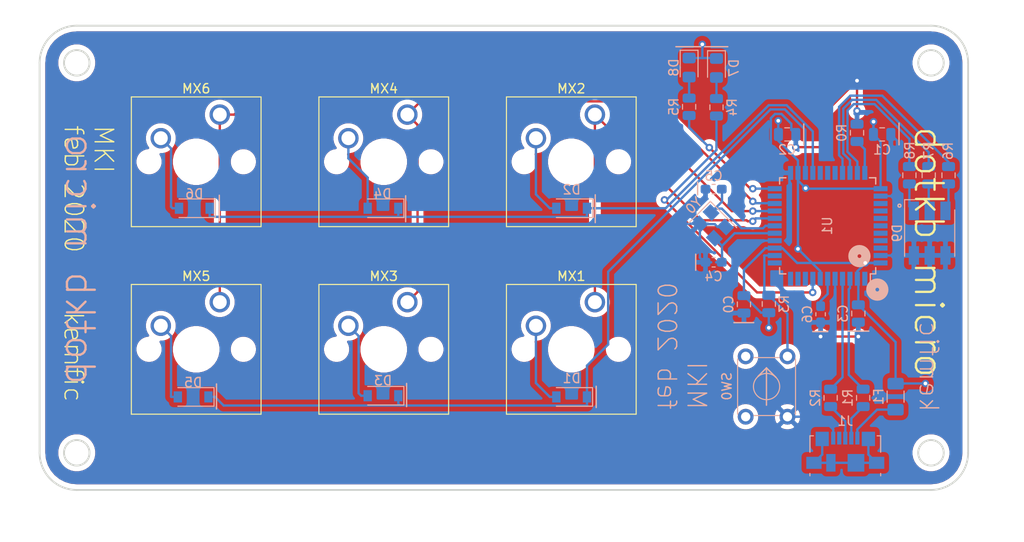
<source format=kicad_pcb>
(kicad_pcb (version 20171130) (host pcbnew 5.1.5-52549c5~84~ubuntu18.04.1)
  (layers (0 F.Cu signal) (31 B.Cu signal) (34 B.Paste user) (35 F.Paste user) (36 B.SilkS user) (37 F.SilkS user) (38 B.Mask user) (39 F.Mask user) (44 Edge.Cuts user))
  (net 0 "")
  (net 1 GND)
  (net 2 +5V)
  (net 3 "Net-(C4-Pad1)")
  (net 4 "Net-(C5-Pad1)")
  (net 5 "Net-(C6-Pad1)")
  (net 6 "Net-(D1-Pad2)")
  (net 7 ROW0)
  (net 8 ROW1)
  (net 9 "Net-(D2-Pad2)")
  (net 10 "Net-(D3-Pad2)")
  (net 11 "Net-(D4-Pad2)")
  (net 12 "Net-(D5-Pad2)")
  (net 13 "Net-(D6-Pad2)")
  (net 14 "Net-(F1-Pad2)")
  (net 15 "Net-(J1-Pad2)")
  (net 16 "Net-(J1-Pad3)")
  (net 17 "Net-(J1-Pad4)")
  (net 18 "Net-(J1-Pad6)")
  (net 19 COL0)
  (net 20 COL1)
  (net 21 COL2)
  (net 22 "Net-(R0-Pad2)")
  (net 23 "Net-(R1-Pad1)")
  (net 24 "Net-(R2-Pad1)")
  (net 25 "Net-(R3-Pad2)")
  (net 26 "Net-(U1-Pad1)")
  (net 27 "Net-(U1-Pad9)")
  (net 28 "Net-(U1-Pad10)")
  (net 29 "Net-(U1-Pad11)")
  (net 30 "Net-(U1-Pad12)")
  (net 31 "Net-(U1-Pad27)")
  (net 32 "Net-(U1-Pad28)")
  (net 33 "Net-(U1-Pad29)")
  (net 34 "Net-(U1-Pad36)")
  (net 35 "Net-(U1-Pad37)")
  (net 36 "Net-(U1-Pad38)")
  (net 37 "Net-(U1-Pad39)")
  (net 38 "Net-(U1-Pad40)")
  (net 39 "Net-(U1-Pad41)")
  (net 40 "Net-(U1-Pad42)")
  (net 41 "Net-(U1-Pad21)")
  (net 42 "Net-(D7-Pad2)")
  (net 43 "Net-(D8-Pad2)")
  (net 44 "Net-(R4-Pad2)")
  (net 45 "Net-(R5-Pad2)")
  (net 46 "Net-(D9-Pad5)")
  (net 47 "Net-(R6-Pad2)")
  (net 48 "Net-(R7-Pad2)")
  (net 49 "Net-(R8-Pad2)")
  (net 50 "Net-(D9-Pad1)")
  (net 51 "Net-(D9-Pad3)")
  (module Capacitor_SMD:C_0603_1608Metric_Pad1.05x0.95mm_HandSolder (layer B.Cu) (at 138.5697 98.9203 270)
    (fp_text reference C6 (at 0 1.43 90) (layer B.SilkS) (effects (justify mirror)))
    (fp_text value 1uF)
    (pad 2 smd roundrect (at 0.875 0 270) (size 1.05 0.95) (layers B.Cu B.Paste B.Mask) (net 1 GND))
    (pad 1 smd roundrect (at -0.875 0 270) (size 1.05 0.95) (layers B.Cu B.Paste B.Mask) (net 5 "Net-(C6-Pad1)"))
  )
  (module Capacitor_SMD:C_0603_1608Metric_Pad1.05x0.95mm_HandSolder (layer B.Cu) (at 127.0508 85.4456 180)
    (fp_text reference C5 (at 0 1.43) (layer B.SilkS) (effects (justify mirror)))
    (fp_text value 22pF)
    (pad 2 smd roundrect (at 0.875 0 180) (size 1.05 0.95) (layers B.Cu B.Paste B.Mask) (net 1 GND))
    (pad 1 smd roundrect (at -0.875 0 180) (size 1.05 0.95) (layers B.Cu B.Paste B.Mask) (net 4 "Net-(C5-Pad1)"))
  )
  (module Capacitor_SMD:C_0603_1608Metric_Pad1.05x0.95mm_HandSolder (layer B.Cu) (at 127.0508 93.3196 180)
    (fp_text reference C4 (at 0 -1.524) (layer B.SilkS) (effects (justify mirror)))
    (fp_text value 22pF)
    (pad 2 smd roundrect (at 0.875 0 180) (size 1.05 0.95) (layers B.Cu B.Paste B.Mask) (net 1 GND))
    (pad 1 smd roundrect (at -0.875 0 180) (size 1.05 0.95) (layers B.Cu B.Paste B.Mask) (net 3 "Net-(C4-Pad1)"))
  )
  (module Resistor_SMD:R_0805_2012Metric (layer B.Cu) (at 139.6492 107.9269 270)
    (fp_text reference R2 (at 0 1.65 90) (layer B.SilkS) (effects (justify mirror)))
    (fp_text value 22)
    (pad 2 smd roundrect (at 0.9375 0 270) (size 0.975 1.4) (layers B.Cu B.Paste B.Mask) (net 16 "Net-(J1-Pad3)"))
    (pad 1 smd roundrect (at -0.9375 0 270) (size 0.975 1.4) (layers B.Cu B.Paste B.Mask) (net 24 "Net-(R2-Pad1)"))
  )
  (module Resistor_SMD:R_0805_2012Metric (layer B.Cu) (at 143.1544 107.9269 270)
    (fp_text reference R1 (at 0 1.65 90) (layer B.SilkS) (effects (justify mirror)))
    (fp_text value 22)
    (pad 2 smd roundrect (at 0.9375 0 270) (size 0.975 1.4) (layers B.Cu B.Paste B.Mask) (net 15 "Net-(J1-Pad2)"))
    (pad 1 smd roundrect (at -0.9375 0 270) (size 0.975 1.4) (layers B.Cu B.Paste B.Mask) (net 23 "Net-(R1-Pad1)"))
  )
  (module adafruit_led:LED_RGB_5050-6-135 (layer B.Cu) (at 150.3172 90.1824 270)
    (fp_text reference D9 (at 0 3.5 90) (layer B.SilkS) (effects (justify mirror)))
    (fp_text value LED_RGB_OTHER)
    (pad 1 smd rect (at -2.4 1.7 180) (size 1.1 2) (layers B.Cu B.Paste B.Mask) (net 50 "Net-(D9-Pad1)"))
    (pad 3 smd rect (at -2.4 0 180) (size 1.1 2) (layers B.Cu B.Paste B.Mask) (net 51 "Net-(D9-Pad3)"))
    (pad 5 smd rect (at -2.4 -1.7 180) (size 1.1 2) (layers B.Cu B.Paste B.Mask) (net 46 "Net-(D9-Pad5)"))
    (pad 6 smd rect (at 2.4 -1.7 180) (size 1.1 2) (layers B.Cu B.Paste B.Mask) (net 1 GND))
    (pad 4 smd rect (at 2.4 0 180) (size 1.1 2) (layers B.Cu B.Paste B.Mask) (net 1 GND))
    (pad 2 smd rect (at 2.4 1.7 180) (size 1.1 2) (layers B.Cu B.Paste B.Mask) (net 1 GND))
  )
  (module Resistor_SMD:R_0805_2012Metric (layer B.Cu) (at 148.1328 83.9493 90)
    (fp_text reference R8 (at 2.6693 0.0508 90) (layer B.SilkS) (effects (justify mirror)))
    (fp_text value 330)
    (pad 2 smd roundrect (at 0.9375 0 90) (size 0.975 1.4) (layers B.Cu B.Paste B.Mask) (net 49 "Net-(R8-Pad2)"))
    (pad 1 smd roundrect (at -0.9375 0 90) (size 0.975 1.4) (layers B.Cu B.Paste B.Mask) (net 50 "Net-(D9-Pad1)"))
  )
  (module Resistor_SMD:R_0805_2012Metric (layer B.Cu) (at 150.2156 83.9493 90)
    (fp_text reference R7 (at 2.6693 0 90) (layer B.SilkS) (effects (justify mirror)))
    (fp_text value 330)
    (pad 2 smd roundrect (at 0.9375 0 90) (size 0.975 1.4) (layers B.Cu B.Paste B.Mask) (net 48 "Net-(R7-Pad2)"))
    (pad 1 smd roundrect (at -0.9375 0 90) (size 0.975 1.4) (layers B.Cu B.Paste B.Mask) (net 51 "Net-(D9-Pad3)"))
  )
  (module Resistor_SMD:R_0805_2012Metric (layer B.Cu) (at 152.3492 83.9493 90)
    (fp_text reference R6 (at 2.6185 -0.0508 90) (layer B.SilkS) (effects (justify mirror)))
    (fp_text value 330)
    (pad 2 smd roundrect (at 0.9375 0 90) (size 0.975 1.4) (layers B.Cu B.Paste B.Mask) (net 47 "Net-(R6-Pad2)"))
    (pad 1 smd roundrect (at -0.9375 0 90) (size 0.975 1.4) (layers B.Cu B.Paste B.Mask) (net 46 "Net-(D9-Pad5)"))
  )
  (module Resistor_SMD:R_0805_2012Metric (layer B.Cu) (at 124.4092 76.5787 270)
    (fp_text reference R5 (at 0 1.65 90) (layer B.SilkS) (effects (justify mirror)))
    (fp_text value 330)
    (pad 2 smd roundrect (at 0.9375 0 270) (size 0.975 1.4) (layers B.Cu B.Paste B.Mask) (net 45 "Net-(R5-Pad2)"))
    (pad 1 smd roundrect (at -0.9375 0 270) (size 0.975 1.4) (layers B.Cu B.Paste B.Mask) (net 43 "Net-(D8-Pad2)"))
  )
  (module Resistor_SMD:R_0805_2012Metric (layer B.Cu) (at 127.3556 76.6295 270)
    (fp_text reference R4 (at 0 -1.6764 90) (layer B.SilkS) (effects (justify mirror)))
    (fp_text value 330)
    (pad 2 smd roundrect (at 0.9375 0 270) (size 0.975 1.4) (layers B.Cu B.Paste B.Mask) (net 44 "Net-(R4-Pad2)"))
    (pad 1 smd roundrect (at -0.9375 0 270) (size 0.975 1.4) (layers B.Cu B.Paste B.Mask) (net 42 "Net-(D7-Pad2)"))
  )
  (module LED_SMD:LED_0805_2012Metric_Pad1.15x1.40mm_HandSolder (layer B.Cu) (at 124.4092 72.3482 270)
    (fp_text reference D8 (at 0 1.65 90) (layer B.SilkS) (effects (justify mirror)))
    (fp_text value LED_GRN)
    (pad 2 smd roundrect (at 1.025 0 270) (size 1.15 1.4) (layers B.Cu B.Paste B.Mask) (roundrect_rratio 0.217391) (net 43 "Net-(D8-Pad2)"))
    (pad 1 smd roundrect (at -1.025 0 270) (size 1.15 1.4) (layers B.Cu B.Paste B.Mask) (roundrect_rratio 0.217391) (net 2 +5V))
  )
  (module LED_SMD:LED_0805_2012Metric_Pad1.15x1.40mm_HandSolder (layer B.Cu) (at 127.3556 72.399 270)
    (fp_text reference D7 (at -0.009 -1.8796 90) (layer B.SilkS) (effects (justify mirror)))
    (fp_text value LED_YLW)
    (pad 2 smd roundrect (at 1.025 0 270) (size 1.15 1.4) (layers B.Cu B.Paste B.Mask) (roundrect_rratio 0.217391) (net 42 "Net-(D7-Pad2)"))
    (pad 1 smd roundrect (at -1.025 0 270) (size 1.15 1.4) (layers B.Cu B.Paste B.Mask) (roundrect_rratio 0.217391) (net 2 +5V))
  )
  (module Capacitor_SMD:C_0805_2012Metric (layer B.Cu) (at 130.3147 97.8512 270)
    (fp_text reference C0 (at 0 1.65 90) (layer B.SilkS) (effects (justify mirror)))
    (fp_text value 0.1uF)
    (pad 2 smd roundrect (at 0.9375 0 270) (size 0.975 1.4) (layers B.Cu B.Paste B.Mask) (net 1 GND))
    (pad 1 smd roundrect (at -0.9375 0 270) (size 0.975 1.4) (layers B.Cu B.Paste B.Mask) (net 2 +5V))
  )
  (module Capacitor_SMD:C_0805_2012Metric (layer B.Cu) (at 145.1968 79.5528)
    (fp_text reference C1 (at 0 1.65 180) (layer B.SilkS) (effects (justify mirror)))
    (fp_text value 0.1uF)
    (pad 1 smd roundrect (at -0.9375 0) (size 0.975 1.4) (layers B.Cu B.Paste B.Mask) (net 2 +5V))
    (pad 2 smd roundrect (at 0.9375 0) (size 0.975 1.4) (layers B.Cu B.Paste B.Mask) (net 1 GND))
  )
  (module Capacitor_SMD:C_0805_2012Metric (layer B.Cu) (at 134.9652 79.5528)
    (fp_text reference C2 (at 0 1.65) (layer B.SilkS) (effects (justify mirror)))
    (fp_text value 0.1uF)
    (pad 1 smd roundrect (at -0.9375 0) (size 0.975 1.4) (layers B.Cu B.Paste B.Mask) (net 2 +5V))
    (pad 2 smd roundrect (at 0.9375 0) (size 0.975 1.4) (layers B.Cu B.Paste B.Mask) (net 1 GND))
  )
  (module Capacitor_SMD:C_0805_2012Metric (layer B.Cu) (at 142.6337 98.8418 270)
    (fp_text reference C3 (at 0 1.65 90) (layer B.SilkS) (effects (justify mirror)))
    (fp_text value 10uF)
    (pad 1 smd roundrect (at -0.9375 0 270) (size 0.975 1.4) (layers B.Cu B.Paste B.Mask) (net 2 +5V))
    (pad 2 smd roundrect (at 0.9375 0 270) (size 0.975 1.4) (layers B.Cu B.Paste B.Mask) (net 1 GND))
  )
  (module Diode_SMD:D_SOD-123 (layer B.Cu) (at 111.76 107.823 180)
    (fp_text reference D1 (at 0 2 180) (layer B.SilkS) (effects (justify mirror)))
    (fp_text value *)
    (pad 2 smd rect (at 1.65 0 180) (size 0.9 1.2) (layers B.Cu B.Paste B.Mask) (net 6 "Net-(D1-Pad2)"))
    (pad 1 smd rect (at -1.65 0 180) (size 0.9 1.2) (layers B.Cu B.Paste B.Mask) (net 7 ROW0))
  )
  (module Diode_SMD:D_SOD-123 (layer B.Cu) (at 111.759 87.503 180)
    (fp_text reference D2 (at 0 2 180) (layer B.SilkS) (effects (justify mirror)))
    (fp_text value *)
    (pad 1 smd rect (at -1.65 0 180) (size 0.9 1.2) (layers B.Cu B.Paste B.Mask) (net 8 ROW1))
    (pad 2 smd rect (at 1.65 0 180) (size 0.9 1.2) (layers B.Cu B.Paste B.Mask) (net 9 "Net-(D2-Pad2)"))
  )
  (module Diode_SMD:D_SOD-123 (layer B.Cu) (at 91.44 107.696 180)
    (fp_text reference D3 (at 0 1.6256 180) (layer B.SilkS) (effects (justify mirror)))
    (fp_text value *)
    (pad 1 smd rect (at -1.65 0 180) (size 0.9 1.2) (layers B.Cu B.Paste B.Mask) (net 7 ROW0))
    (pad 2 smd rect (at 1.65 0 180) (size 0.9 1.2) (layers B.Cu B.Paste B.Mask) (net 10 "Net-(D3-Pad2)"))
  )
  (module Diode_SMD:D_SOD-123 (layer B.Cu) (at 91.439 87.503 180)
    (fp_text reference D4 (at 0.0498 1.5494 180) (layer B.SilkS) (effects (justify mirror)))
    (fp_text value *)
    (pad 2 smd rect (at 1.65 0 180) (size 0.9 1.2) (layers B.Cu B.Paste B.Mask) (net 11 "Net-(D4-Pad2)"))
    (pad 1 smd rect (at -1.65 0 180) (size 0.9 1.2) (layers B.Cu B.Paste B.Mask) (net 8 ROW1))
  )
  (module Diode_SMD:D_SOD-123 (layer B.Cu) (at 70.994 107.823 180)
    (fp_text reference D5 (at 0 1.5494 180) (layer B.SilkS) (effects (justify mirror)))
    (fp_text value *)
    (pad 1 smd rect (at -1.65 0 180) (size 0.9 1.2) (layers B.Cu B.Paste B.Mask) (net 7 ROW0))
    (pad 2 smd rect (at 1.65 0 180) (size 0.9 1.2) (layers B.Cu B.Paste B.Mask) (net 12 "Net-(D5-Pad2)"))
  )
  (module Diode_SMD:D_SOD-123 (layer B.Cu) (at 71.121 87.503 180)
    (fp_text reference D6 (at 0.001 1.5494) (layer B.SilkS) (effects (justify mirror)))
    (fp_text value *)
    (pad 2 smd rect (at 1.65 0 180) (size 0.9 1.2) (layers B.Cu B.Paste B.Mask) (net 13 "Net-(D6-Pad2)"))
    (pad 1 smd rect (at -1.65 0 180) (size 0.9 1.2) (layers B.Cu B.Paste B.Mask) (net 8 ROW1))
  )
  (module Fuse:Fuse_1206_3216Metric (layer B.Cu) (at 146.6469 107.7946 270)
    (fp_text reference F1 (at 0 1.82 270) (layer B.SilkS) (effects (justify mirror)))
    (fp_text value 500mA)
    (pad 1 smd roundrect (at -1.4 0 270) (size 1.25 1.75) (layers B.Cu B.Paste B.Mask) (roundrect_rratio 0.2) (net 2 +5V))
    (pad 2 smd roundrect (at 1.4 0 270) (size 1.25 1.75) (layers B.Cu B.Paste B.Mask) (roundrect_rratio 0.2) (net 14 "Net-(F1-Pad2)"))
  )
  (module Connector_USB:USB_Micro-B_Molex_47346-0001 (layer B.Cu) (at 141.2297 113.7223 180)
    (fp_text reference J1 (at 0 3.3 180) (layer B.SilkS) (effects (justify mirror)))
    (fp_text value USB_B_Mini)
    (pad 1 smd rect (at -1.3 1.46 180) (size 0.45 1.38) (layers B.Cu B.Paste B.Mask) (net 14 "Net-(F1-Pad2)"))
    (pad 2 smd rect (at -0.65 1.46 180) (size 0.45 1.38) (layers B.Cu B.Paste B.Mask) (net 15 "Net-(J1-Pad2)"))
    (pad 3 smd rect (at 0 1.46 180) (size 0.45 1.38) (layers B.Cu B.Paste B.Mask) (net 16 "Net-(J1-Pad3)"))
    (pad 4 smd rect (at 0.65 1.46 180) (size 0.45 1.38) (layers B.Cu B.Paste B.Mask) (net 17 "Net-(J1-Pad4)"))
    (pad 5 smd rect (at 1.3 1.46 180) (size 0.45 1.38) (layers B.Cu B.Paste B.Mask) (net 1 GND))
    (pad 6 smd rect (at -2.4875 1.375 180) (size 1.425 1.55) (layers B.Cu B.Paste B.Mask) (net 18 "Net-(J1-Pad6)"))
    (pad 6 smd rect (at 2.4875 1.375 180) (size 1.425 1.55) (layers B.Cu B.Paste B.Mask) (net 18 "Net-(J1-Pad6)"))
    (pad 6 smd rect (at -3.375 -1.2 180) (size 1.65 1.3) (layers B.Cu B.Paste B.Mask) (net 18 "Net-(J1-Pad6)"))
    (pad 6 smd rect (at 3.375 -1.2 180) (size 1.65 1.3) (layers B.Cu B.Paste B.Mask) (net 18 "Net-(J1-Pad6)"))
    (pad 6 smd rect (at -1.15 -1.2 180) (size 1.8 1.9) (layers B.Cu B.Paste B.Mask) (net 18 "Net-(J1-Pad6)"))
    (pad 6 smd rect (at 1.55 -1.2 180) (size 1 1.9) (layers B.Cu B.Paste B.Mask) (net 18 "Net-(J1-Pad6)"))
  )
  (module Button_Switch_Keyboard:SW_Cherry_MX_1.00u_PCB (layer F.Cu) (at 114.262001 97.618001)
    (fp_text reference MX1 (at -2.54 -2.794) (layer F.SilkS))
    (fp_text value MX-NoLED)
    (pad "" np_thru_hole circle (at 2.54 5.08) (size 1.7 1.7) (drill 1.7) (layers *.Cu *.Mask))
    (pad "" np_thru_hole circle (at -7.62 5.08) (size 1.7 1.7) (drill 1.7) (layers *.Cu *.Mask))
    (pad "" np_thru_hole circle (at -2.54 5.08) (size 4 4) (drill 4) (layers *.Cu *.Mask))
    (pad 2 thru_hole circle (at -6.35 2.54) (size 2.2 2.2) (drill 1.5) (layers *.Cu *.Mask) (net 6 "Net-(D1-Pad2)"))
    (pad 1 thru_hole circle (at 0 0) (size 2.2 2.2) (drill 1.5) (layers *.Cu *.Mask) (net 19 COL0))
  )
  (module Button_Switch_Keyboard:SW_Cherry_MX_1.00u_PCB (layer F.Cu) (at 114.262001 77.418001)
    (fp_text reference MX2 (at -2.54 -2.794) (layer F.SilkS))
    (fp_text value MX-NoLED)
    (pad "" np_thru_hole circle (at 2.54 5.08) (size 1.7 1.7) (drill 1.7) (layers *.Cu *.Mask))
    (pad "" np_thru_hole circle (at -7.62 5.08) (size 1.7 1.7) (drill 1.7) (layers *.Cu *.Mask))
    (pad "" np_thru_hole circle (at -2.54 5.08) (size 4 4) (drill 4) (layers *.Cu *.Mask))
    (pad 2 thru_hole circle (at -6.35 2.54) (size 2.2 2.2) (drill 1.5) (layers *.Cu *.Mask) (net 9 "Net-(D2-Pad2)"))
    (pad 1 thru_hole circle (at 0 0) (size 2.2 2.2) (drill 1.5) (layers *.Cu *.Mask) (net 19 COL0))
  )
  (module Button_Switch_Keyboard:SW_Cherry_MX_1.00u_PCB (layer F.Cu) (at 94.062001 97.618001)
    (fp_text reference MX3 (at -2.54 -2.794) (layer F.SilkS))
    (fp_text value MX-NoLED)
    (pad 1 thru_hole circle (at 0 0) (size 2.2 2.2) (drill 1.5) (layers *.Cu *.Mask) (net 20 COL1))
    (pad 2 thru_hole circle (at -6.35 2.54) (size 2.2 2.2) (drill 1.5) (layers *.Cu *.Mask) (net 10 "Net-(D3-Pad2)"))
    (pad "" np_thru_hole circle (at -2.54 5.08) (size 4 4) (drill 4) (layers *.Cu *.Mask))
    (pad "" np_thru_hole circle (at -7.62 5.08) (size 1.7 1.7) (drill 1.7) (layers *.Cu *.Mask))
    (pad "" np_thru_hole circle (at 2.54 5.08) (size 1.7 1.7) (drill 1.7) (layers *.Cu *.Mask))
  )
  (module Button_Switch_Keyboard:SW_Cherry_MX_1.00u_PCB (layer F.Cu) (at 94.062001 77.418001)
    (fp_text reference MX4 (at -2.54 -2.794) (layer F.SilkS))
    (fp_text value MX-NoLED)
    (pad 1 thru_hole circle (at 0 0) (size 2.2 2.2) (drill 1.5) (layers *.Cu *.Mask) (net 20 COL1))
    (pad 2 thru_hole circle (at -6.35 2.54) (size 2.2 2.2) (drill 1.5) (layers *.Cu *.Mask) (net 11 "Net-(D4-Pad2)"))
    (pad "" np_thru_hole circle (at -2.54 5.08) (size 4 4) (drill 4) (layers *.Cu *.Mask))
    (pad "" np_thru_hole circle (at -7.62 5.08) (size 1.7 1.7) (drill 1.7) (layers *.Cu *.Mask))
    (pad "" np_thru_hole circle (at 2.54 5.08) (size 1.7 1.7) (drill 1.7) (layers *.Cu *.Mask))
  )
  (module Button_Switch_Keyboard:SW_Cherry_MX_1.00u_PCB (layer F.Cu) (at 73.862001 97.618001)
    (fp_text reference MX5 (at -2.54 -2.794) (layer F.SilkS))
    (fp_text value MX-NoLED)
    (pad 1 thru_hole circle (at 0 0) (size 2.2 2.2) (drill 1.5) (layers *.Cu *.Mask) (net 21 COL2))
    (pad 2 thru_hole circle (at -6.35 2.54) (size 2.2 2.2) (drill 1.5) (layers *.Cu *.Mask) (net 12 "Net-(D5-Pad2)"))
    (pad "" np_thru_hole circle (at -2.54 5.08) (size 4 4) (drill 4) (layers *.Cu *.Mask))
    (pad "" np_thru_hole circle (at -7.62 5.08) (size 1.7 1.7) (drill 1.7) (layers *.Cu *.Mask))
    (pad "" np_thru_hole circle (at 2.54 5.08) (size 1.7 1.7) (drill 1.7) (layers *.Cu *.Mask))
  )
  (module Button_Switch_Keyboard:SW_Cherry_MX_1.00u_PCB (layer F.Cu) (at 73.862001 77.418001)
    (fp_text reference MX6 (at -2.54 -2.794) (layer F.SilkS))
    (fp_text value MX-NoLED)
    (pad "" np_thru_hole circle (at 2.54 5.08) (size 1.7 1.7) (drill 1.7) (layers *.Cu *.Mask))
    (pad "" np_thru_hole circle (at -7.62 5.08) (size 1.7 1.7) (drill 1.7) (layers *.Cu *.Mask))
    (pad "" np_thru_hole circle (at -2.54 5.08) (size 4 4) (drill 4) (layers *.Cu *.Mask))
    (pad 2 thru_hole circle (at -6.35 2.54) (size 2.2 2.2) (drill 1.5) (layers *.Cu *.Mask) (net 13 "Net-(D6-Pad2)"))
    (pad 1 thru_hole circle (at 0 0) (size 2.2 2.2) (drill 1.5) (layers *.Cu *.Mask) (net 21 COL2))
  )
  (module Resistor_SMD:R_0805_2012Metric (layer B.Cu) (at 142.494 79.3773 270)
    (fp_text reference R0 (at 0 1.65 270) (layer B.SilkS) (effects (justify mirror)))
    (fp_text value 10k)
    (pad 1 smd roundrect (at -0.9375 0 270) (size 0.975 1.4) (layers B.Cu B.Paste B.Mask) (net 1 GND))
    (pad 2 smd roundrect (at 0.9375 0 270) (size 0.975 1.4) (layers B.Cu B.Paste B.Mask) (net 22 "Net-(R0-Pad2)"))
  )
  (module Resistor_SMD:R_0805_2012Metric (layer B.Cu) (at 132.9944 97.8131 90)
    (fp_text reference R3 (at 0 1.65 90) (layer B.SilkS) (effects (justify mirror)))
    (fp_text value 10k)
    (pad 2 smd roundrect (at 0.9375 0 90) (size 0.975 1.4) (layers B.Cu B.Paste B.Mask) (net 25 "Net-(R3-Pad2)"))
    (pad 1 smd roundrect (at -0.9375 0 90) (size 0.975 1.4) (layers B.Cu B.Paste B.Mask) (net 2 +5V))
  )
  (module Button_Switch_THT:SW_TH_Tactile_Omron_B3F-10xx (layer B.Cu) (at 135.001 109.9566 90)
    (fp_text reference SW0 (at 3.2766 -6.5278 270) (layer B.SilkS) (effects (justify mirror)))
    (fp_text value SW_Push)
    (pad 4 thru_hole circle (at 6.5 -4.5 90) (size 1.7 1.7) (drill 1) (layers *.Cu *.Mask))
    (pad 3 thru_hole circle (at 0 -4.5 90) (size 1.7 1.7) (drill 1) (layers *.Cu *.Mask))
    (pad 2 thru_hole circle (at 6.5 0 90) (size 1.7 1.7) (drill 1) (layers *.Cu *.Mask) (net 25 "Net-(R3-Pad2)"))
    (pad 1 thru_hole circle (at 0 0 90) (size 1.7 1.7) (drill 1) (layers *.Cu *.Mask) (net 1 GND))
  )
  (module Package_QFP:TQFP-44_10x10mm_P0.8mm (layer B.Cu) (at 139.3317 89.3953 90)
    (fp_text reference U1 (at 0 -0.0381 90) (layer B.SilkS) (effects (justify mirror)))
    (fp_text value ATmega32U4-AU)
    (pad 1 smd rect (at -5.7 4 90) (size 1.5 0.55) (layers B.Cu B.Paste B.Mask) (net 26 "Net-(U1-Pad1)"))
    (pad 2 smd rect (at -5.7 3.2 90) (size 1.5 0.55) (layers B.Cu B.Paste B.Mask) (net 2 +5V))
    (pad 3 smd rect (at -5.7 2.4 90) (size 1.5 0.55) (layers B.Cu B.Paste B.Mask) (net 23 "Net-(R1-Pad1)"))
    (pad 4 smd rect (at -5.7 1.6 90) (size 1.5 0.55) (layers B.Cu B.Paste B.Mask) (net 24 "Net-(R2-Pad1)"))
    (pad 5 smd rect (at -5.7 0.8 90) (size 1.5 0.55) (layers B.Cu B.Paste B.Mask) (net 1 GND))
    (pad 6 smd rect (at -5.7 0 90) (size 1.5 0.55) (layers B.Cu B.Paste B.Mask) (net 5 "Net-(C6-Pad1)"))
    (pad 7 smd rect (at -5.7 -0.8 90) (size 1.5 0.55) (layers B.Cu B.Paste B.Mask) (net 2 +5V))
    (pad 8 smd rect (at -5.7 -1.6 90) (size 1.5 0.55) (layers B.Cu B.Paste B.Mask) (net 44 "Net-(R4-Pad2)"))
    (pad 9 smd rect (at -5.7 -2.4 90) (size 1.5 0.55) (layers B.Cu B.Paste B.Mask) (net 27 "Net-(U1-Pad9)"))
    (pad 10 smd rect (at -5.7 -3.2 90) (size 1.5 0.55) (layers B.Cu B.Paste B.Mask) (net 28 "Net-(U1-Pad10)"))
    (pad 11 smd rect (at -5.7 -4 90) (size 1.5 0.55) (layers B.Cu B.Paste B.Mask) (net 29 "Net-(U1-Pad11)"))
    (pad 12 smd rect (at -4 -5.7) (size 1.5 0.55) (layers B.Cu B.Paste B.Mask) (net 30 "Net-(U1-Pad12)"))
    (pad 13 smd rect (at -3.2 -5.7) (size 1.5 0.55) (layers B.Cu B.Paste B.Mask) (net 25 "Net-(R3-Pad2)"))
    (pad 14 smd rect (at -2.4 -5.7) (size 1.5 0.55) (layers B.Cu B.Paste B.Mask) (net 2 +5V))
    (pad 15 smd rect (at -1.6 -5.7) (size 1.5 0.55) (layers B.Cu B.Paste B.Mask) (net 1 GND))
    (pad 16 smd rect (at -0.8 -5.7) (size 1.5 0.55) (layers B.Cu B.Paste B.Mask) (net 3 "Net-(C4-Pad1)"))
    (pad 17 smd rect (at 0 -5.7) (size 1.5 0.55) (layers B.Cu B.Paste B.Mask) (net 4 "Net-(C5-Pad1)"))
    (pad 18 smd rect (at 0.8 -5.7) (size 1.5 0.55) (layers B.Cu B.Paste B.Mask) (net 19 COL0))
    (pad 19 smd rect (at 1.6 -5.7) (size 1.5 0.55) (layers B.Cu B.Paste B.Mask) (net 20 COL1))
    (pad 20 smd rect (at 2.4 -5.7) (size 1.5 0.55) (layers B.Cu B.Paste B.Mask) (net 21 COL2))
    (pad 21 smd rect (at 3.2 -5.7) (size 1.5 0.55) (layers B.Cu B.Paste B.Mask) (net 41 "Net-(U1-Pad21)"))
    (pad 22 smd rect (at 4 -5.7) (size 1.5 0.55) (layers B.Cu B.Paste B.Mask) (net 45 "Net-(R5-Pad2)"))
    (pad 23 smd rect (at 5.7 -4 90) (size 1.5 0.55) (layers B.Cu B.Paste B.Mask) (net 1 GND))
    (pad 24 smd rect (at 5.7 -3.2 90) (size 1.5 0.55) (layers B.Cu B.Paste B.Mask) (net 2 +5V))
    (pad 25 smd rect (at 5.7 -2.4 90) (size 1.5 0.55) (layers B.Cu B.Paste B.Mask) (net 7 ROW0))
    (pad 26 smd rect (at 5.7 -1.6 90) (size 1.5 0.55) (layers B.Cu B.Paste B.Mask) (net 8 ROW1))
    (pad 27 smd rect (at 5.7 -0.8 90) (size 1.5 0.55) (layers B.Cu B.Paste B.Mask) (net 31 "Net-(U1-Pad27)"))
    (pad 28 smd rect (at 5.7 0 90) (size 1.5 0.55) (layers B.Cu B.Paste B.Mask) (net 32 "Net-(U1-Pad28)"))
    (pad 29 smd rect (at 5.7 0.8 90) (size 1.5 0.55) (layers B.Cu B.Paste B.Mask) (net 33 "Net-(U1-Pad29)"))
    (pad 30 smd rect (at 5.7 1.6 90) (size 1.5 0.55) (layers B.Cu B.Paste B.Mask) (net 47 "Net-(R6-Pad2)"))
    (pad 31 smd rect (at 5.7 2.4 90) (size 1.5 0.55) (layers B.Cu B.Paste B.Mask) (net 48 "Net-(R7-Pad2)"))
    (pad 32 smd rect (at 5.7 3.2 90) (size 1.5 0.55) (layers B.Cu B.Paste B.Mask) (net 49 "Net-(R8-Pad2)"))
    (pad 33 smd rect (at 5.7 4 90) (size 1.5 0.55) (layers B.Cu B.Paste B.Mask) (net 22 "Net-(R0-Pad2)"))
    (pad 34 smd rect (at 4 5.7) (size 1.5 0.55) (layers B.Cu B.Paste B.Mask) (net 2 +5V))
    (pad 35 smd rect (at 3.2 5.7) (size 1.5 0.55) (layers B.Cu B.Paste B.Mask) (net 1 GND))
    (pad 36 smd rect (at 2.4 5.7) (size 1.5 0.55) (layers B.Cu B.Paste B.Mask) (net 34 "Net-(U1-Pad36)"))
    (pad 37 smd rect (at 1.6 5.7) (size 1.5 0.55) (layers B.Cu B.Paste B.Mask) (net 35 "Net-(U1-Pad37)"))
    (pad 38 smd rect (at 0.8 5.7) (size 1.5 0.55) (layers B.Cu B.Paste B.Mask) (net 36 "Net-(U1-Pad38)"))
    (pad 39 smd rect (at 0 5.7) (size 1.5 0.55) (layers B.Cu B.Paste B.Mask) (net 37 "Net-(U1-Pad39)"))
    (pad 40 smd rect (at -0.8 5.7) (size 1.5 0.55) (layers B.Cu B.Paste B.Mask) (net 38 "Net-(U1-Pad40)"))
    (pad 41 smd rect (at -1.6 5.7) (size 1.5 0.55) (layers B.Cu B.Paste B.Mask) (net 39 "Net-(U1-Pad41)"))
    (pad 42 smd rect (at -2.4 5.7) (size 1.5 0.55) (layers B.Cu B.Paste B.Mask) (net 40 "Net-(U1-Pad42)"))
    (pad 43 smd rect (at -3.2 5.7) (size 1.5 0.55) (layers B.Cu B.Paste B.Mask) (net 1 GND))
    (pad 44 smd rect (at -4 5.7) (size 1.5 0.55) (layers B.Cu B.Paste B.Mask) (net 2 +5V))
  )
  (module Crystal:Crystal_SMD_3225-4Pin_3.2x2.5mm (layer B.Cu) (at 126.9492 89.345523 315)
    (fp_text reference Y0 (at -2.937267 -0.063585 45) (layer B.SilkS) (effects (justify mirror)))
    (fp_text value 16MHz)
    (pad 1 smd rect (at -1.1 -0.85 315) (size 1.4 1.2) (layers B.Cu B.Paste B.Mask) (net 4 "Net-(C5-Pad1)"))
    (pad 2 smd rect (at 1.1 -0.85 315) (size 1.4 1.2) (layers B.Cu B.Paste B.Mask) (net 1 GND))
    (pad 3 smd rect (at 1.1 0.85 315) (size 1.4 1.2) (layers B.Cu B.Paste B.Mask) (net 3 "Net-(C4-Pad1)"))
    (pad 4 smd rect (at -1.1 0.85 315) (size 1.4 1.2) (layers B.Cu B.Paste B.Mask) (net 1 GND))
  )
  (gr_line (start 129.2352 99.822) (end 131.3688 99.822) (layer B.SilkS) (width 0.15))
  (gr_line (start 139.3444 100.7872) (end 137.7188 100.7872) (layer B.SilkS) (width 0.15))
  (gr_line (start 141.5288 100.7364) (end 143.764 100.7364) (layer B.SilkS) (width 0.15))
  (gr_line (start 147.0152 78.3336) (end 147.0152 80.6704) (layer B.SilkS) (width 0.15))
  (gr_line (start 136.7536 78.4352) (end 136.7536 80.6704) (layer B.SilkS) (width 0.15))
  (gr_line (start 125.3236 84.6836) (end 125.3236 86.0552) (layer B.SilkS) (width 0.15))
  (gr_line (start 125.1204 92.456) (end 125.1204 94.1832) (layer B.SilkS) (width 0.15))
  (gr_text "dotkb micro" (at 58.7756 106.7308 270) (layer B.SilkS) (effects (font (size 3 3) (thickness 0.25)) (justify left mirror)))
  (gr_text "MKI\nfeb 2020" (at 123.5964 109.3216 270) (layer B.SilkS) (effects (font (size 2 2)) (justify left mirror)))
  (gr_text kemfic (at 150.2156 99.568 270) (layer B.SilkS) (effects (font (size 2 2)) (justify right mirror)))
  (gr_line (start 132.7404 104.6988) (end 131.826 105.6132) (layer B.SilkS) (width 0.15))
  (gr_line (start 132.7404 104.6988) (end 133.7564 105.7148) (layer B.SilkS) (width 0.15))
  (gr_line (start 132.7404 108.712) (end 132.7404 104.6988) (layer B.SilkS) (width 0.15))
  (gr_line (start 126.0856 70.104) (end 128.5748 70.104) (layer B.SilkS) (width 0.15))
  (gr_line (start 122.9868 70.104) (end 125.6792 70.104) (layer B.SilkS) (width 0.15))
  (gr_line (start 114.3 86.0552) (end 114.3 89.0524) (layer B.SilkS) (width 0.15))
  (gr_line (start 93.8784 86.1568) (end 93.8784 88.9508) (layer B.SilkS) (width 0.15))
  (gr_line (start 73.8124 86.106) (end 73.8124 88.8492) (layer B.SilkS) (width 0.15))
  (gr_line (start 73.5076 106.426) (end 73.5076 109.1184) (layer B.SilkS) (width 0.15))
  (gr_line (start 93.98 106.3752) (end 93.98 108.8644) (layer B.SilkS) (width 0.15))
  (gr_line (start 114.4016 106.68) (end 114.4016 108.966) (layer B.SilkS) (width 0.15))
  (gr_circle (center 147.066 87.2236) (end 146.9136 87.2744) (layer B.SilkS) (width 0.15))
  (gr_circle (center 142.7512 92.6592) (end 142.9512 92.6592) (layer B.SilkS) (width 1))
  (gr_circle (center 144.6784 96.266) (end 144.8784 96.266) (layer B.SilkS) (width 1))
  (gr_text kemfic (at 58.1152 108.5088 270) (layer F.SilkS) (effects (font (size 2 2)) (justify right)))
  (gr_text "MKI\nfeb 2020" (at 59.7408 78.4352 270) (layer F.SilkS) (effects (font (size 2 2)) (justify left)))
  (gr_text "dotkb micro" (at 150.2156 78.486 270) (layer F.SilkS) (effects (font (size 3 3) (thickness 0.25)) (justify left)))
  (gr_circle (center 58.4581 71.8428) (end 59.8331 71.8428) (layer Edge.Cuts) (width 0.2))
  (gr_circle (center 150.4581 71.8428) (end 151.8331 71.8428) (layer Edge.Cuts) (width 0.2))
  (gr_circle (center 150.4581 113.8428) (end 151.8331 113.8428) (layer Edge.Cuts) (width 0.2))
  (gr_circle (center 58.4581 113.8428) (end 59.8331 113.8428) (layer Edge.Cuts) (width 0.2))
  (gr_arc (start 150.4581 71.8428) (end 154.4581 71.8428) (angle -90) (layer Edge.Cuts) (width 0.2))
  (gr_line (start 150.4581 67.8428) (end 58.4581 67.8428) (layer Edge.Cuts) (width 0.2))
  (gr_arc (start 58.4581 71.8428) (end 58.4581 67.8428) (angle -90) (layer Edge.Cuts) (width 0.2))
  (gr_line (start 54.4581 71.8428) (end 54.4581 113.8428) (layer Edge.Cuts) (width 0.2))
  (gr_line (start 154.4581 113.8428) (end 154.4581 71.8428) (layer Edge.Cuts) (width 0.2))
  (gr_line (start 58.4581 117.8428) (end 150.4581 117.8428) (layer Edge.Cuts) (width 0.2))
  (gr_arc (start 150.4581 113.8428) (end 150.4581 117.8428) (angle -90) (layer Edge.Cuts) (width 0.2))
  (gr_arc (start 58.4581 113.8428) (end 54.4581 113.8428) (angle -90) (layer Edge.Cuts) (width 0.2))
  (via (at 142.6337 101.3206) (size 0.8) (drill 0.4) (layers F.Cu B.Cu) (net 1))
  (via (at 138.5697 101.3206) (size 0.8) (drill 0.4) (layers F.Cu B.Cu) (net 1))
  (segment (start 126.41887 89.168746) (end 125.570342 89.168746) (width 0.254) (layer B.Cu) (net 1))
  (segment (start 125.570342 92.825142) (end 125.570342 89.168746) (width 0.254) (layer B.Cu) (net 1))
  (segment (start 142.6337 101.3206) (end 138.5697 101.3206) (width 0.254) (layer F.Cu) (net 1))
  (segment (start 127.170144 89.212914) (end 126.463038 89.212914) (width 0.254) (layer B.Cu) (net 1))
  (segment (start 125.075367 88.673771) (end 125.570342 89.168746) (width 0.254) (layer B.Cu) (net 1))
  (segment (start 128.328058 89.5223) (end 127.47953 89.5223) (width 0.254) (layer B.Cu) (net 1))
  (segment (start 126.0775 93.3323) (end 125.570342 92.825142) (width 0.254) (layer B.Cu) (net 1))
  (segment (start 138.5697 109.9583) (end 138.5697 99.8578) (width 0.254) (layer B.Cu) (net 1))
  (segment (start 142.6337 99.7793) (end 142.6337 101.3206) (width 0.254) (layer B.Cu) (net 1))
  (segment (start 127.47953 89.5223) (end 127.170144 89.212914) (width 0.254) (layer B.Cu) (net 1))
  (segment (start 138.568 109.9566) (end 139.9297 111.3183) (width 0.254) (layer B.Cu) (net 1))
  (segment (start 135.001 109.9566) (end 138.568 109.9566) (width 0.254) (layer B.Cu) (net 1))
  (segment (start 126.463038 89.212914) (end 126.41887 89.168746) (width 0.254) (layer B.Cu) (net 1))
  (segment (start 126.0775 86.1583) (end 125.075367 87.160433) (width 0.254) (layer B.Cu) (net 1))
  (segment (start 139.9297 111.3183) (end 139.9297 112.2623) (width 0.254) (layer B.Cu) (net 1))
  (segment (start 126.0775 85.4583) (end 126.0775 86.1583) (width 0.254) (layer B.Cu) (net 1))
  (segment (start 125.075367 87.160433) (end 125.075367 88.673771) (width 0.254) (layer B.Cu) (net 1))
  (segment (start 130.3147 100.512262) (end 135.001 105.198562) (width 0.254) (layer B.Cu) (net 1))
  (segment (start 130.3147 98.7887) (end 130.3147 100.512262) (width 0.254) (layer B.Cu) (net 1))
  (segment (start 135.001 106.4006) (end 138.684 110.0836) (width 0.254) (layer B.Cu) (net 1))
  (segment (start 135.001 105.198562) (end 135.001 106.4006) (width 0.254) (layer B.Cu) (net 1))
  (segment (start 139.9297 111.3183) (end 138.684 110.0836) (width 0.254) (layer B.Cu) (net 1))
  (segment (start 138.684 110.0836) (end 138.5697 109.9583) (width 0.254) (layer B.Cu) (net 1))
  (segment (start 125.570342 89.168746) (end 123.937254 89.168746) (width 0.254) (layer B.Cu) (net 1))
  (segment (start 123.937254 89.168746) (end 122.8852 90.2208) (width 0.254) (layer B.Cu) (net 1))
  (segment (start 145.0317 92.5953) (end 147.1037 92.5953) (width 0.254) (layer B.Cu) (net 1))
  (segment (start 145.0317 86.1953) (end 146.7997 86.1953) (width 0.254) (layer B.Cu) (net 1))
  (segment (start 140.1317 96.0993) (end 140.1572 96.1248) (width 0.254) (layer B.Cu) (net 1))
  (segment (start 140.1317 95.0953) (end 140.1317 96.0993) (width 0.254) (layer B.Cu) (net 1))
  (segment (start 140.1572 96.1248) (end 140.1572 97.4344) (width 0.254) (layer B.Cu) (net 1))
  (segment (start 133.6317 90.9953) (end 131.8135 90.9953) (width 0.254) (layer B.Cu) (net 1))
  (segment (start 135.9027 80.2528) (end 135.89 80.2655) (width 0.254) (layer B.Cu) (net 1))
  (segment (start 135.9027 79.5528) (end 135.9027 80.2528) (width 0.254) (layer B.Cu) (net 1))
  (segment (start 135.89 80.2655) (end 135.89 80.9244) (width 0.254) (layer B.Cu) (net 1))
  (segment (start 134.8027 83.6953) (end 135.3317 83.6953) (width 0.254) (layer B.Cu) (net 1))
  (segment (start 133.21319 82.10579) (end 134.8027 83.6953) (width 0.254) (layer B.Cu) (net 1))
  (segment (start 133.21319 77.800848) (end 133.21319 82.10579) (width 0.254) (layer B.Cu) (net 1))
  (segment (start 133.661439 77.352599) (end 133.21319 77.800848) (width 0.254) (layer B.Cu) (net 1))
  (segment (start 134.359361 77.352599) (end 133.661439 77.352599) (width 0.254) (layer B.Cu) (net 1))
  (segment (start 135.417173 79.067273) (end 135.417173 78.410411) (width 0.254) (layer B.Cu) (net 1))
  (segment (start 135.417173 78.410411) (end 134.359361 77.352599) (width 0.254) (layer B.Cu) (net 1))
  (segment (start 135.9027 79.5528) (end 135.417173 79.067273) (width 0.254) (layer B.Cu) (net 1))
  (segment (start 142.494 78.4398) (end 142.494 77.0128) (width 0.254) (layer B.Cu) (net 1))
  (segment (start 146.7997 80.2182) (end 146.1343 79.5528) (width 0.254) (layer B.Cu) (net 1))
  (segment (start 146.7997 86.1953) (end 146.7997 80.2182) (width 0.254) (layer B.Cu) (net 1))
  (via (at 142.494 77.0128) (size 0.8) (drill 0.4) (layers F.Cu B.Cu) (net 1))
  (segment (start 142.494 77.0128) (end 142.494 73.7616) (width 0.254) (layer F.Cu) (net 1))
  (via (at 142.494 73.7616) (size 0.8) (drill 0.4) (layers F.Cu B.Cu) (net 1))
  (segment (start 142.494 73.7616) (end 142.494 72.8472) (width 0.254) (layer B.Cu) (net 1))
  (segment (start 148.6172 93.8364) (end 148.59 93.8636) (width 0.254) (layer B.Cu) (net 1))
  (segment (start 148.6172 92.5824) (end 148.6172 93.8364) (width 0.254) (layer B.Cu) (net 1))
  (segment (start 148.59 93.8636) (end 148.59 94.3864) (width 0.254) (layer B.Cu) (net 1))
  (segment (start 150.3172 92.5824) (end 150.3172 94.3864) (width 0.254) (layer B.Cu) (net 1))
  (segment (start 152.0172 93.8364) (end 151.9936 93.86) (width 0.254) (layer B.Cu) (net 1))
  (segment (start 152.0172 92.5824) (end 152.0172 93.8364) (width 0.254) (layer B.Cu) (net 1))
  (segment (start 151.9936 93.86) (end 151.9936 94.3356) (width 0.254) (layer B.Cu) (net 1))
  (via (at 135.89 80.9244) (size 0.8) (drill 0.4) (layers F.Cu B.Cu) (net 1))
  (segment (start 139.0904 80.9244) (end 139.0904 80.9244) (width 0.254) (layer F.Cu) (net 1))
  (segment (start 139.0904 77.1652) (end 142.494 73.7616) (width 0.254) (layer F.Cu) (net 1))
  (segment (start 135.89 80.9244) (end 139.0904 80.9244) (width 0.254) (layer F.Cu) (net 1))
  (segment (start 139.0904 80.9244) (end 139.0904 77.1652) (width 0.254) (layer F.Cu) (net 1))
  (segment (start 126.77379 93.3323) (end 126.77379 93.3196) (width 0.254) (layer B.Cu) (net 1))
  (segment (start 126.0775 93.3323) (end 126.77379 93.3323) (width 0.254) (layer B.Cu) (net 1))
  (segment (start 142.6337 95.1973) (end 142.5317 95.0953) (width 0.254) (layer B.Cu) (net 2))
  (segment (start 132.9944 98.7506) (end 132.1516 98.7506) (width 0.254) (layer B.Cu) (net 2))
  (segment (start 134.0277 79.5528) (end 134.0277 80.2528) (width 0.254) (layer B.Cu) (net 2))
  (segment (start 134.0277 80.2528) (end 136.1317 82.3568) (width 0.254) (layer B.Cu) (net 2))
  (segment (start 136.1317 82.3568) (end 136.1317 83.6953) (width 0.254) (layer B.Cu) (net 2))
  (segment (start 142.6337 97.9043) (end 142.6337 95.1973) (width 0.254) (layer B.Cu) (net 2))
  (segment (start 132.1516 98.7506) (end 130.3147 96.9137) (width 0.254) (layer B.Cu) (net 2))
  (segment (start 130.3147 94.1083) (end 132.6277 91.7953) (width 0.254) (layer B.Cu) (net 2))
  (segment (start 130.3147 96.9137) (end 130.3147 94.1083) (width 0.254) (layer B.Cu) (net 2))
  (segment (start 132.6277 91.7953) (end 133.6317 91.7953) (width 0.254) (layer B.Cu) (net 2))
  (segment (start 144.2593 78.8528) (end 144.272 78.8401) (width 0.254) (layer B.Cu) (net 2))
  (segment (start 144.272 78.8401) (end 144.272 78.1812) (width 0.254) (layer B.Cu) (net 2))
  (segment (start 134.0277 78.8528) (end 134.0104 78.8355) (width 0.254) (layer B.Cu) (net 2))
  (segment (start 134.0277 79.5528) (end 134.0277 78.8528) (width 0.254) (layer B.Cu) (net 2))
  (segment (start 134.0104 78.8355) (end 134.0104 78.0796) (width 0.254) (layer B.Cu) (net 2))
  (segment (start 147.5219 106.3946) (end 147.5413 106.3752) (width 0.254) (layer B.Cu) (net 2))
  (segment (start 146.6469 106.3946) (end 147.5219 106.3946) (width 0.254) (layer B.Cu) (net 2))
  (segment (start 147.5413 106.3752) (end 149.86 106.3752) (width 0.254) (layer B.Cu) (net 2))
  (via (at 149.86 106.3752) (size 0.8) (drill 0.4) (layers F.Cu B.Cu) (net 2))
  (via (at 134.0104 78.0796) (size 0.8) (drill 0.4) (layers F.Cu B.Cu) (net 2))
  (via (at 144.272 78.1812) (size 0.8) (drill 0.4) (layers F.Cu B.Cu) (net 2))
  (segment (start 144.272 78.1812) (end 144.272 76.9112) (width 0.254) (layer F.Cu) (net 2))
  (segment (start 134.0104 78.0796) (end 134.0104 77.0636) (width 0.254) (layer F.Cu) (net 2))
  (segment (start 132.9944 98.7506) (end 132.9944 100.3808) (width 0.254) (layer B.Cu) (net 2))
  (via (at 132.9944 100.3808) (size 0.8) (drill 0.4) (layers F.Cu B.Cu) (net 2))
  (segment (start 132.9944 100.3808) (end 132.9944 99.4664) (width 0.254) (layer F.Cu) (net 2))
  (segment (start 132.9944 99.4664) (end 132.5372 99.0092) (width 0.254) (layer F.Cu) (net 2))
  (segment (start 144.2593 78.1685) (end 144.2593 78.8528) (width 0.254) (layer B.Cu) (net 2))
  (segment (start 144.2593 78.8528) (end 144.2593 79.5528) (width 0.254) (layer B.Cu) (net 2))
  (segment (start 134.445302 91.7953) (end 133.6317 91.7953) (width 0.254) (layer B.Cu) (net 2))
  (segment (start 136.045302 93.3953) (end 134.445302 91.7953) (width 0.254) (layer B.Cu) (net 2))
  (segment (start 145.0317 93.3953) (end 143.3835 93.3953) (width 0.254) (layer B.Cu) (net 2))
  (segment (start 137.018098 85.3953) (end 145.0317 85.3953) (width 0.254) (layer B.Cu) (net 2))
  (segment (start 136.1317 84.508902) (end 136.961799 85.339001) (width 0.254) (layer B.Cu) (net 2))
  (segment (start 136.1317 83.6953) (end 136.1317 84.508902) (width 0.254) (layer B.Cu) (net 2))
  (segment (start 138.5317 94.281698) (end 138.5317 95.0953) (width 0.254) (layer B.Cu) (net 2))
  (segment (start 136.1317 91.881698) (end 138.5317 94.281698) (width 0.254) (layer B.Cu) (net 2))
  (segment (start 136.1317 83.6953) (end 136.1317 91.881698) (width 0.254) (layer B.Cu) (net 2))
  (segment (start 143.418098 93.3953) (end 145.0317 93.3953) (width 0.254) (layer B.Cu) (net 2))
  (segment (start 142.5317 94.281698) (end 143.418098 93.3953) (width 0.254) (layer B.Cu) (net 2))
  (segment (start 142.5317 95.0953) (end 142.5317 94.281698) (width 0.254) (layer B.Cu) (net 2))
  (via (at 136.1317 91.881698) (size 0.8) (drill 0.4) (layers F.Cu B.Cu) (net 2))
  (segment (start 143.3835 93.3953) (end 136.045302 93.3953) (width 0.254) (layer B.Cu) (net 2))
  (via (at 143.3835 93.3953) (size 0.8) (drill 0.4) (layers F.Cu B.Cu) (net 2))
  (segment (start 136.961799 85.339001) (end 137.018098 85.3953) (width 0.254) (layer B.Cu) (net 2))
  (via (at 136.961799 85.339001) (size 0.8) (drill 0.4) (layers F.Cu B.Cu) (net 2))
  (segment (start 136.961799 85.904686) (end 136.9568 85.909685) (width 0.254) (layer F.Cu) (net 2))
  (segment (start 136.961799 85.339001) (end 136.961799 85.904686) (width 0.254) (layer F.Cu) (net 2))
  (segment (start 136.1317 91.881698) (end 135.600702 91.881698) (width 0.254) (layer F.Cu) (net 2))
  (segment (start 143.3835 92.829615) (end 143.3576 92.803715) (width 0.254) (layer F.Cu) (net 2))
  (segment (start 143.3835 93.3953) (end 143.3835 92.829615) (width 0.254) (layer F.Cu) (net 2))
  (segment (start 143.3576 92.803715) (end 143.3576 92.6592) (width 0.254) (layer F.Cu) (net 2))
  (segment (start 127.3048 71.3232) (end 127.3556 71.374) (width 0.254) (layer B.Cu) (net 2))
  (segment (start 125.8316 71.3232) (end 125.8316 69.85) (width 0.254) (layer B.Cu) (net 2))
  (segment (start 125.8316 71.3232) (end 127.3048 71.3232) (width 0.254) (layer B.Cu) (net 2))
  (segment (start 124.4092 71.3232) (end 125.8316 71.3232) (width 0.254) (layer B.Cu) (net 2))
  (via (at 125.8316 69.85) (size 0.8) (drill 0.4) (layers F.Cu B.Cu) (net 2))
  (segment (start 125.8316 69.85) (end 124.968 69.85) (width 0.254) (layer F.Cu) (net 2))
  (segment (start 145.0317 80.3252) (end 144.2593 79.5528) (width 0.254) (layer B.Cu) (net 2))
  (segment (start 145.0317 85.3953) (end 145.0317 80.3252) (width 0.254) (layer B.Cu) (net 2))
  (segment (start 146.6469 101.9175) (end 146.6469 106.3946) (width 0.254) (layer B.Cu) (net 2))
  (segment (start 142.6337 97.9043) (end 146.6469 101.9175) (width 0.254) (layer B.Cu) (net 2))
  (segment (start 127.125977 90.724381) (end 127.620952 91.219356) (width 0.254) (layer B.Cu) (net 3))
  (segment (start 127.9525 93.3323) (end 127.9525 91.550904) (width 0.254) (layer B.Cu) (net 3))
  (segment (start 127.9525 91.550904) (end 127.125977 90.724381) (width 0.254) (layer B.Cu) (net 3))
  (segment (start 129.308104 90.1953) (end 133.6317 90.1953) (width 0.254) (layer B.Cu) (net 3))
  (segment (start 127.9525 91.550904) (end 129.308104 90.1953) (width 0.254) (layer B.Cu) (net 3))
  (segment (start 127.32781 93.3323) (end 127.32781 93.3196) (width 0.254) (layer B.Cu) (net 3))
  (segment (start 127.9525 93.3323) (end 127.32781 93.3323) (width 0.254) (layer B.Cu) (net 3))
  (segment (start 127.9525 85.4583) (end 127.9525 86.786588) (width 0.254) (layer B.Cu) (net 4))
  (segment (start 127.9525 86.786588) (end 126.772423 87.966665) (width 0.254) (layer B.Cu) (net 4))
  (segment (start 132.6277 89.3953) (end 133.6317 89.3953) (width 0.254) (layer B.Cu) (net 4))
  (segment (start 132.361 89.662) (end 132.6277 89.3953) (width 0.254) (layer B.Cu) (net 4))
  (segment (start 130.048 89.662) (end 132.361 89.662) (width 0.254) (layer B.Cu) (net 4))
  (segment (start 127.928401 87.542401) (end 130.048 89.662) (width 0.254) (layer B.Cu) (net 4))
  (segment (start 127.196687 87.542401) (end 127.928401 87.542401) (width 0.254) (layer B.Cu) (net 4))
  (segment (start 126.772423 87.966665) (end 127.196687 87.542401) (width 0.254) (layer B.Cu) (net 4))
  (segment (start 139.3317 96.7333) (end 139.3317 95.0953) (width 0.254) (layer B.Cu) (net 5))
  (segment (start 138.5697 97.9828) (end 138.5697 97.4953) (width 0.254) (layer B.Cu) (net 5))
  (segment (start 138.5697 97.4953) (end 139.3317 96.7333) (width 0.254) (layer B.Cu) (net 5))
  (segment (start 107.912001 100.158001) (end 107.912001 106.329001) (width 0.254) (layer B.Cu) (net 6))
  (segment (start 107.912001 106.329001) (end 109.406 107.823) (width 0.254) (layer B.Cu) (net 6))
  (segment (start 109.406 107.823) (end 110.11 107.823) (width 0.254) (layer B.Cu) (net 6))
  (segment (start 93.09 108.55) (end 93.09 107.696) (width 0.254) (layer B.Cu) (net 7))
  (segment (start 93.290001 108.750001) (end 93.09 108.55) (width 0.254) (layer B.Cu) (net 7))
  (segment (start 73.348 107.823) (end 72.644 107.823) (width 0.254) (layer B.Cu) (net 7))
  (segment (start 93.290001 108.750001) (end 74.275001 108.750001) (width 0.254) (layer B.Cu) (net 7))
  (segment (start 74.275001 108.750001) (end 73.348 107.823) (width 0.254) (layer B.Cu) (net 7))
  (segment (start 113.41 108.7364) (end 113.41 107.823) (width 0.254) (layer B.Cu) (net 7))
  (segment (start 93.290001 108.750001) (end 113.423601 108.750001) (width 0.254) (layer B.Cu) (net 7))
  (segment (start 113.423601 108.750001) (end 113.41 108.7364) (width 0.254) (layer B.Cu) (net 7))
  (segment (start 113.41 104.453964) (end 113.41 107.823) (width 0.254) (layer B.Cu) (net 7))
  (segment (start 115.689002 94.33962) (end 115.689002 102.174962) (width 0.254) (layer B.Cu) (net 7))
  (segment (start 136.9317 83.6953) (end 136.9317 79.074622) (width 0.254) (layer B.Cu) (net 7))
  (segment (start 134.943725 77.082525) (end 134.7216 76.8604) (width 0.254) (layer B.Cu) (net 7))
  (segment (start 136.9317 79.074622) (end 134.943725 77.086646) (width 0.254) (layer B.Cu) (net 7))
  (segment (start 134.943725 77.086646) (end 134.943725 77.082525) (width 0.254) (layer B.Cu) (net 7))
  (segment (start 115.689002 102.174962) (end 113.41 104.453964) (width 0.254) (layer B.Cu) (net 7))
  (segment (start 134.7216 76.8604) (end 133.168222 76.8604) (width 0.254) (layer B.Cu) (net 7))
  (segment (start 133.168222 76.8604) (end 115.689002 94.33962) (width 0.254) (layer B.Cu) (net 7))
  (segment (start 72.771 88.357) (end 72.844001 88.430001) (width 0.254) (layer B.Cu) (net 8))
  (segment (start 72.844001 88.430001) (end 93.015999 88.430001) (width 0.254) (layer B.Cu) (net 8))
  (segment (start 93.015999 88.430001) (end 93.089 88.357) (width 0.254) (layer B.Cu) (net 8))
  (segment (start 93.089 88.357) (end 93.089 87.503) (width 0.254) (layer B.Cu) (net 8))
  (segment (start 113.409 87.503) (end 113.409 88.357) (width 0.254) (layer B.Cu) (net 8))
  (segment (start 72.771 87.503) (end 72.771 88.357) (width 0.254) (layer B.Cu) (net 8))
  (segment (start 113.409 88.357) (end 113.335999 88.430001) (width 0.254) (layer B.Cu) (net 8))
  (segment (start 113.335999 88.430001) (end 93.162001 88.430001) (width 0.254) (layer B.Cu) (net 8))
  (segment (start 93.162001 88.430001) (end 93.089 88.357) (width 0.254) (layer B.Cu) (net 8))
  (segment (start 137.7317 79.232555) (end 137.7317 83.6953) (width 0.254) (layer B.Cu) (net 8))
  (segment (start 113.409 87.503) (end 121.883556 87.503) (width 0.254) (layer B.Cu) (net 8))
  (segment (start 135.397734 76.894467) (end 135.397734 76.898589) (width 0.254) (layer B.Cu) (net 8))
  (segment (start 121.883556 87.503) (end 132.980165 76.40639) (width 0.254) (layer B.Cu) (net 8))
  (segment (start 135.397734 76.898589) (end 137.7317 79.232555) (width 0.254) (layer B.Cu) (net 8))
  (segment (start 132.980165 76.40639) (end 134.909657 76.40639) (width 0.254) (layer B.Cu) (net 8))
  (segment (start 134.909657 76.40639) (end 135.397734 76.894467) (width 0.254) (layer B.Cu) (net 8))
  (segment (start 110.109 87.503) (end 109.405 87.503) (width 0.254) (layer B.Cu) (net 9))
  (segment (start 109.405 87.503) (end 107.912001 86.010001) (width 0.254) (layer B.Cu) (net 9))
  (segment (start 107.912001 86.010001) (end 107.912001 79.958001) (width 0.254) (layer B.Cu) (net 9))
  (segment (start 88.812 101.258) (end 88.812 107.422) (width 0.254) (layer B.Cu) (net 10))
  (segment (start 88.812 107.422) (end 89.086 107.696) (width 0.254) (layer B.Cu) (net 10))
  (segment (start 89.086 107.696) (end 89.79 107.696) (width 0.254) (layer B.Cu) (net 10))
  (segment (start 87.712001 100.158001) (end 88.812 101.258) (width 0.254) (layer B.Cu) (net 10))
  (segment (start 89.789 87.503) (end 89.789 84.208962) (width 0.254) (layer B.Cu) (net 11))
  (segment (start 89.789 84.208962) (end 87.712001 82.131963) (width 0.254) (layer B.Cu) (net 11))
  (segment (start 87.712001 82.131963) (end 87.712001 79.958001) (width 0.254) (layer B.Cu) (net 11))
  (segment (start 67.512001 100.158001) (end 68.612 101.258) (width 0.254) (layer B.Cu) (net 12))
  (segment (start 68.64 107.823) (end 69.344 107.823) (width 0.254) (layer B.Cu) (net 12))
  (segment (start 68.612 101.258) (end 68.612 107.795) (width 0.254) (layer B.Cu) (net 12))
  (segment (start 68.612 107.795) (end 68.64 107.823) (width 0.254) (layer B.Cu) (net 12))
  (segment (start 67.512001 79.958001) (end 68.612 81.058) (width 0.254) (layer B.Cu) (net 13))
  (segment (start 68.612 81.058) (end 68.612 87.348) (width 0.254) (layer B.Cu) (net 13))
  (segment (start 68.612 87.348) (end 68.767 87.503) (width 0.254) (layer B.Cu) (net 13))
  (segment (start 68.767 87.503) (end 69.471 87.503) (width 0.254) (layer B.Cu) (net 13))
  (segment (start 145.7719 109.1946) (end 146.6469 109.1946) (width 0.254) (layer B.Cu) (net 14))
  (segment (start 142.5297 111.3183) (end 144.6534 109.1946) (width 0.254) (layer B.Cu) (net 14))
  (segment (start 144.6534 109.1946) (end 145.7719 109.1946) (width 0.254) (layer B.Cu) (net 14))
  (segment (start 142.5297 112.2623) (end 142.5297 111.3183) (width 0.254) (layer B.Cu) (net 14))
  (segment (start 141.8797 112.2623) (end 141.8797 111.8663) (width 0.254) (layer B.Cu) (net 15))
  (segment (start 141.8797 111.8663) (end 141.977699 111.768301) (width 0.254) (layer B.Cu) (net 15))
  (segment (start 141.8797 110.1391) (end 143.1544 108.8644) (width 0.254) (layer B.Cu) (net 15))
  (segment (start 141.8797 112.2623) (end 141.8797 110.1391) (width 0.254) (layer B.Cu) (net 15))
  (segment (start 141.2297 110.4449) (end 139.6492 108.8644) (width 0.254) (layer B.Cu) (net 16))
  (segment (start 141.2297 112.2623) (end 141.2297 110.4449) (width 0.254) (layer B.Cu) (net 16))
  (segment (start 143.7172 114.0348) (end 144.6047 114.9223) (width 0.254) (layer B.Cu) (net 18))
  (segment (start 143.7172 112.3473) (end 143.7172 114.0348) (width 0.254) (layer B.Cu) (net 18))
  (segment (start 138.7422 114.0348) (end 137.8547 114.9223) (width 0.254) (layer B.Cu) (net 18))
  (segment (start 138.7422 112.3473) (end 138.7422 114.0348) (width 0.254) (layer B.Cu) (net 18))
  (segment (start 144.6047 114.9223) (end 137.8547 114.9223) (width 0.254) (layer B.Cu) (net 18))
  (via (at 131.2672 88.9) (size 0.8) (drill 0.4) (layers F.Cu B.Cu) (net 19))
  (segment (start 114.262001 77.418001) (end 114.400401 77.418001) (width 0.254) (layer F.Cu) (net 19))
  (segment (start 114.262001 77.418001) (end 114.262001 97.618001) (width 0.254) (layer F.Cu) (net 19))
  (segment (start 114.262001 77.418001) (end 125.6424 88.7984) (width 0.254) (layer F.Cu) (net 19))
  (segment (start 131.5719 88.5953) (end 131.2672 88.9) (width 0.254) (layer B.Cu) (net 19))
  (segment (start 133.6317 88.5953) (end 131.5719 88.5953) (width 0.254) (layer B.Cu) (net 19))
  (segment (start 130.599915 88.7984) (end 125.6424 88.7984) (width 0.254) (layer F.Cu) (net 19))
  (segment (start 130.701515 88.9) (end 130.599915 88.7984) (width 0.254) (layer F.Cu) (net 19))
  (segment (start 131.2672 88.9) (end 130.701515 88.9) (width 0.254) (layer F.Cu) (net 19))
  (segment (start 95.162 78.518) (end 95.162 96.518002) (width 0.254) (layer F.Cu) (net 20))
  (segment (start 94.062001 77.418001) (end 95.162 78.518) (width 0.254) (layer F.Cu) (net 20))
  (segment (start 132.6273 87.8078) (end 131.2672 87.8078) (width 0.254) (layer B.Cu) (net 20))
  (segment (start 133.6317 87.8082) (end 132.6277 87.8082) (width 0.254) (layer B.Cu) (net 20))
  (segment (start 95.162 96.518002) (end 94.062001 97.618001) (width 0.254) (layer F.Cu) (net 20))
  (segment (start 131.2672 87.8078) (end 131.2672 87.8078) (width 0.254) (layer B.Cu) (net 20))
  (via (at 131.2672 87.8078) (size 0.8) (drill 0.4) (layers F.Cu B.Cu) (net 20))
  (segment (start 117.1898 75.991) (end 129.0066 87.8078) (width 0.254) (layer F.Cu) (net 20))
  (segment (start 129.0066 87.8078) (end 131.2672 87.8078) (width 0.254) (layer F.Cu) (net 20))
  (segment (start 94.062001 77.418001) (end 95.489002 75.991) (width 0.254) (layer F.Cu) (net 20))
  (segment (start 95.489002 75.991) (end 117.1898 75.991) (width 0.254) (layer F.Cu) (net 20))
  (via (at 131.2672 86.7664) (size 0.8) (drill 0.4) (layers F.Cu B.Cu) (net 21))
  (segment (start 133.6317 86.9573) (end 132.6277 86.9573) (width 0.254) (layer B.Cu) (net 21))
  (segment (start 73.862001 77.418001) (end 73.862001 97.618001) (width 0.254) (layer F.Cu) (net 21))
  (segment (start 132.6273 86.9569) (end 131.2672 86.9569) (width 0.254) (layer B.Cu) (net 21))
  (segment (start 120.03779 75.53699) (end 131.2672 86.7664) (width 0.254) (layer F.Cu) (net 21))
  (segment (start 77.298646 75.53699) (end 120.03779 75.53699) (width 0.254) (layer F.Cu) (net 21))
  (segment (start 73.862001 77.418001) (end 75.417635 77.418001) (width 0.254) (layer F.Cu) (net 21))
  (segment (start 75.417635 77.418001) (end 77.298646 75.53699) (width 0.254) (layer F.Cu) (net 21))
  (segment (start 143.3317 83.6953) (end 143.3317 82.6913) (width 0.254) (layer B.Cu) (net 22))
  (segment (start 143.3317 81.1525) (end 142.494 80.3148) (width 0.254) (layer B.Cu) (net 22))
  (segment (start 143.3317 83.6953) (end 143.3317 81.1525) (width 0.254) (layer B.Cu) (net 22))
  (segment (start 141.7317 96.0993) (end 141.7317 95.0953) (width 0.254) (layer B.Cu) (net 23))
  (segment (start 141.60669 105.44169) (end 141.60669 96.22431) (width 0.254) (layer B.Cu) (net 23))
  (segment (start 141.60669 96.22431) (end 141.7317 96.0993) (width 0.254) (layer B.Cu) (net 23))
  (segment (start 143.1544 106.9894) (end 141.60669 105.44169) (width 0.254) (layer B.Cu) (net 23))
  (segment (start 140.9317 96.2277) (end 140.9317 95.0953) (width 0.254) (layer B.Cu) (net 24))
  (segment (start 140.9317 105.7069) (end 140.9317 95.0953) (width 0.254) (layer B.Cu) (net 24))
  (segment (start 139.6492 106.9894) (end 140.9317 105.7069) (width 0.254) (layer B.Cu) (net 24))
  (segment (start 135.001 98.8822) (end 135.001 103.4566) (width 0.254) (layer B.Cu) (net 25))
  (segment (start 132.9944 96.8756) (end 132.508873 96.390073) (width 0.254) (layer B.Cu) (net 25))
  (segment (start 132.508873 96.390073) (end 132.508873 92.598627) (width 0.254) (layer B.Cu) (net 25))
  (segment (start 132.508873 92.598627) (end 132.5122 92.5953) (width 0.254) (layer B.Cu) (net 25))
  (segment (start 132.5122 92.5953) (end 133.6317 92.5953) (width 0.254) (layer B.Cu) (net 25))
  (segment (start 132.9944 96.8756) (end 135.001 98.8822) (width 0.254) (layer B.Cu) (net 25))
  (segment (start 127.3556 73.424) (end 127.3556 75.692) (width 0.254) (layer B.Cu) (net 42))
  (segment (start 124.4092 73.3732) (end 124.4092 75.6412) (width 0.254) (layer B.Cu) (net 43))
  (segment (start 121.8692 86.7156) (end 121.756011 86.602411) (width 0.254) (layer B.Cu) (net 44))
  (via (at 121.756011 86.602411) (size 0.8) (drill 0.4) (layers F.Cu B.Cu) (net 44))
  (segment (start 127.3556 81.2292) (end 121.8692 86.7156) (width 0.254) (layer B.Cu) (net 44))
  (segment (start 127.3556 77.567) (end 127.3556 81.2292) (width 0.254) (layer B.Cu) (net 44))
  (segment (start 121.756011 86.602411) (end 131.7244 96.5708) (width 0.254) (layer F.Cu) (net 44))
  (segment (start 131.7244 96.5708) (end 137.7188 96.5708) (width 0.254) (layer F.Cu) (net 44))
  (via (at 137.7188 96.5708) (size 0.8) (drill 0.4) (layers F.Cu B.Cu) (net 44))
  (segment (start 137.7188 95.1082) (end 137.7317 95.0953) (width 0.254) (layer B.Cu) (net 44))
  (segment (start 137.7188 96.5708) (end 137.7188 95.1082) (width 0.254) (layer B.Cu) (net 44))
  (segment (start 124.4092 77.5162) (end 124.4092 78.7908) (width 0.254) (layer B.Cu) (net 45))
  (segment (start 124.4092 78.7908) (end 126.587533 80.969133) (width 0.254) (layer B.Cu) (net 45))
  (via (at 126.587533 80.969133) (size 0.8) (drill 0.4) (layers F.Cu B.Cu) (net 45))
  (segment (start 131.2672 85.3948) (end 131.3688 85.3948) (width 0.254) (layer F.Cu) (net 45))
  (via (at 131.2672 85.3948) (size 0.8) (drill 0.4) (layers F.Cu B.Cu) (net 45))
  (segment (start 133.6312 85.3948) (end 133.6317 85.3953) (width 0.254) (layer B.Cu) (net 45))
  (segment (start 131.2672 85.3948) (end 133.6312 85.3948) (width 0.254) (layer B.Cu) (net 45))
  (segment (start 131.0132 85.3948) (end 131.2672 85.3948) (width 0.254) (layer F.Cu) (net 45))
  (segment (start 126.587533 80.969133) (end 131.0132 85.3948) (width 0.254) (layer F.Cu) (net 45))
  (segment (start 152.3492 87.4504) (end 152.0172 87.7824) (width 0.254) (layer B.Cu) (net 46))
  (segment (start 152.3492 84.8868) (end 152.3492 87.4504) (width 0.254) (layer B.Cu) (net 46))
  (segment (start 152.3492 82.5243) (end 152.3492 83.0118) (width 0.254) (layer B.Cu) (net 47))
  (segment (start 141.768925 75.377779) (end 145.202679 75.377779) (width 0.254) (layer B.Cu) (net 47))
  (segment (start 140.55897 76.587734) (end 141.768925 75.377779) (width 0.254) (layer B.Cu) (net 47))
  (segment (start 145.202679 75.377779) (end 152.3492 82.5243) (width 0.254) (layer B.Cu) (net 47))
  (segment (start 140.55897 81.797104) (end 140.55897 76.587734) (width 0.254) (layer B.Cu) (net 47))
  (segment (start 140.9317 82.169834) (end 140.55897 81.797104) (width 0.254) (layer B.Cu) (net 47))
  (segment (start 140.9317 83.6953) (end 140.9317 82.169834) (width 0.254) (layer B.Cu) (net 47))
  (segment (start 150.2156 82.348455) (end 150.2156 82.5243) (width 0.254) (layer B.Cu) (net 48))
  (segment (start 141.7317 83.6953) (end 141.7317 82.881698) (width 0.254) (layer B.Cu) (net 48))
  (segment (start 150.2156 82.5243) (end 150.2156 83.0118) (width 0.254) (layer B.Cu) (net 48))
  (segment (start 150.2156 81.484855) (end 150.2156 82.5243) (width 0.254) (layer B.Cu) (net 48))
  (segment (start 144.562534 75.831789) (end 150.2156 81.484855) (width 0.254) (layer B.Cu) (net 48))
  (segment (start 141.956982 75.831789) (end 144.562534 75.831789) (width 0.254) (layer B.Cu) (net 48))
  (segment (start 141.01298 76.775791) (end 141.956982 75.831789) (width 0.254) (layer B.Cu) (net 48))
  (segment (start 141.01298 81.609047) (end 141.01298 76.775791) (width 0.254) (layer B.Cu) (net 48))
  (segment (start 141.7317 82.327767) (end 141.01298 81.609047) (width 0.254) (layer B.Cu) (net 48))
  (segment (start 141.7317 83.6953) (end 141.7317 82.327767) (width 0.254) (layer B.Cu) (net 48))
  (segment (start 148.1328 80.907722) (end 148.1328 82.5243) (width 0.254) (layer B.Cu) (net 49))
  (segment (start 148.1328 82.5243) (end 148.1328 83.0118) (width 0.254) (layer B.Cu) (net 49))
  (segment (start 148.1328 80.044122) (end 148.1328 82.5243) (width 0.254) (layer B.Cu) (net 49))
  (segment (start 142.5317 82.4857) (end 141.46699 81.42099) (width 0.254) (layer B.Cu) (net 49))
  (segment (start 141.46699 76.963848) (end 142.145039 76.285799) (width 0.254) (layer B.Cu) (net 49))
  (segment (start 142.5317 83.6953) (end 142.5317 82.4857) (width 0.254) (layer B.Cu) (net 49))
  (segment (start 141.46699 81.42099) (end 141.46699 76.963848) (width 0.254) (layer B.Cu) (net 49))
  (segment (start 142.145039 76.285799) (end 144.374477 76.285799) (width 0.254) (layer B.Cu) (net 49))
  (segment (start 144.374477 76.285799) (end 148.1328 80.044122) (width 0.254) (layer B.Cu) (net 49))
  (segment (start 148.1328 87.298) (end 148.6172 87.7824) (width 0.254) (layer B.Cu) (net 50))
  (segment (start 148.1328 84.8868) (end 148.1328 87.298) (width 0.254) (layer B.Cu) (net 50))
  (segment (start 150.2156 87.6808) (end 150.3172 87.7824) (width 0.254) (layer B.Cu) (net 51))
  (segment (start 150.2156 84.8868) (end 150.2156 87.6808) (width 0.254) (layer B.Cu) (net 51))
  (zone (net 1) (net_name GND) (layer B.Cu) (connect_pads (clearance 0.508)) (min_thickness 0.254) (fill yes (arc_segments 32) (thermal_gap 0.508) (thermal_bridge_width 0.508))
    (polygon (pts (xy 160.4772 123.444) (xy 50.292 123.444) (xy 50.292 65.0748) (xy 160.4772 65.0748)))
  )
  (zone (net 2) (net_name +5V) (layer F.Cu) (connect_pads (clearance 0.508)) (min_thickness 0.254) (fill yes (arc_segments 32) (thermal_gap 0.508) (thermal_bridge_width 0.508))
    (polygon (pts (xy 160.3756 123.444) (xy 50.1904 123.444) (xy 50.1904 65.0748) (xy 160.3756 65.0748)))
  )
)
</source>
